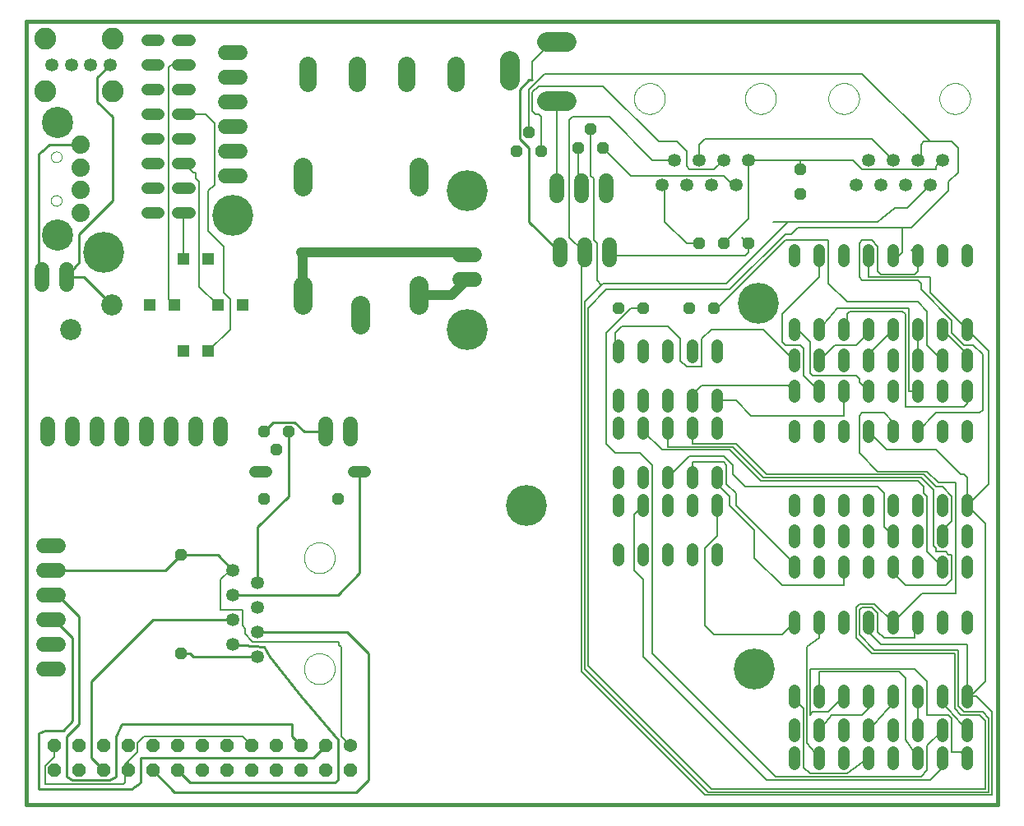
<source format=gbl>
G75*
%MOIN*%
%OFA0B0*%
%FSLAX24Y24*%
%IPPOS*%
%LPD*%
%AMOC8*
5,1,8,0,0,1.08239X$1,22.5*
%
%ADD10C,0.0160*%
%ADD11C,0.0531*%
%ADD12C,0.0000*%
%ADD13OC8,0.0480*%
%ADD14C,0.0480*%
%ADD15C,0.0600*%
%ADD16C,0.0780*%
%ADD17C,0.0705*%
%ADD18C,0.0787*%
%ADD19C,0.0540*%
%ADD20OC8,0.0540*%
%ADD21C,0.0740*%
%ADD22C,0.1266*%
%ADD23C,0.0886*%
%ADD24C,0.0860*%
%ADD25R,0.0472X0.0472*%
%ADD26C,0.0060*%
%ADD27C,0.0100*%
%ADD28C,0.0400*%
%ADD29C,0.1660*%
D10*
X005898Y000275D02*
X005898Y032021D01*
X045268Y032021D01*
X045268Y000275D01*
X005898Y000275D01*
D11*
X014273Y006775D03*
X015273Y007275D03*
X014273Y007775D03*
X015273Y008275D03*
X014273Y008775D03*
X015273Y009275D03*
X014273Y009775D03*
X015273Y006275D03*
X031648Y025400D03*
X032648Y025400D03*
X033648Y025400D03*
X034648Y025400D03*
X035148Y026400D03*
X034148Y026400D03*
X033148Y026400D03*
X032148Y026400D03*
X039523Y025400D03*
X040523Y025400D03*
X041523Y025400D03*
X042523Y025400D03*
X043023Y026400D03*
X042023Y026400D03*
X041023Y026400D03*
X040023Y026400D03*
X009297Y030275D03*
X008510Y030275D03*
X007723Y030275D03*
X006935Y030275D03*
D12*
X006892Y026536D02*
X006894Y026565D01*
X006900Y026593D01*
X006909Y026621D01*
X006922Y026647D01*
X006939Y026670D01*
X006958Y026692D01*
X006980Y026711D01*
X007005Y026726D01*
X007031Y026739D01*
X007059Y026747D01*
X007087Y026752D01*
X007116Y026753D01*
X007145Y026750D01*
X007173Y026743D01*
X007200Y026733D01*
X007226Y026719D01*
X007249Y026702D01*
X007270Y026682D01*
X007288Y026659D01*
X007303Y026634D01*
X007314Y026607D01*
X007322Y026579D01*
X007326Y026550D01*
X007326Y026522D01*
X007322Y026493D01*
X007314Y026465D01*
X007303Y026438D01*
X007288Y026413D01*
X007270Y026390D01*
X007249Y026370D01*
X007226Y026353D01*
X007200Y026339D01*
X007173Y026329D01*
X007145Y026322D01*
X007116Y026319D01*
X007087Y026320D01*
X007059Y026325D01*
X007031Y026333D01*
X007005Y026346D01*
X006980Y026361D01*
X006958Y026380D01*
X006939Y026402D01*
X006922Y026425D01*
X006909Y026451D01*
X006900Y026479D01*
X006894Y026507D01*
X006892Y026536D01*
X006892Y024764D02*
X006894Y024793D01*
X006900Y024821D01*
X006909Y024849D01*
X006922Y024875D01*
X006939Y024898D01*
X006958Y024920D01*
X006980Y024939D01*
X007005Y024954D01*
X007031Y024967D01*
X007059Y024975D01*
X007087Y024980D01*
X007116Y024981D01*
X007145Y024978D01*
X007173Y024971D01*
X007200Y024961D01*
X007226Y024947D01*
X007249Y024930D01*
X007270Y024910D01*
X007288Y024887D01*
X007303Y024862D01*
X007314Y024835D01*
X007322Y024807D01*
X007326Y024778D01*
X007326Y024750D01*
X007322Y024721D01*
X007314Y024693D01*
X007303Y024666D01*
X007288Y024641D01*
X007270Y024618D01*
X007249Y024598D01*
X007226Y024581D01*
X007200Y024567D01*
X007173Y024557D01*
X007145Y024550D01*
X007116Y024547D01*
X007087Y024548D01*
X007059Y024553D01*
X007031Y024561D01*
X007005Y024574D01*
X006980Y024589D01*
X006958Y024608D01*
X006939Y024630D01*
X006922Y024653D01*
X006909Y024679D01*
X006900Y024707D01*
X006894Y024735D01*
X006892Y024764D01*
X017149Y010275D02*
X017151Y010325D01*
X017157Y010374D01*
X017167Y010422D01*
X017180Y010470D01*
X017198Y010517D01*
X017219Y010562D01*
X017243Y010605D01*
X017271Y010646D01*
X017302Y010684D01*
X017336Y010721D01*
X017373Y010754D01*
X017412Y010784D01*
X017454Y010811D01*
X017497Y010835D01*
X017543Y010855D01*
X017590Y010871D01*
X017638Y010884D01*
X017686Y010893D01*
X017736Y010898D01*
X017785Y010899D01*
X017835Y010896D01*
X017884Y010889D01*
X017933Y010878D01*
X017980Y010864D01*
X018026Y010845D01*
X018071Y010823D01*
X018113Y010798D01*
X018154Y010769D01*
X018192Y010738D01*
X018227Y010703D01*
X018260Y010665D01*
X018289Y010626D01*
X018315Y010583D01*
X018338Y010539D01*
X018357Y010494D01*
X018373Y010446D01*
X018385Y010398D01*
X018393Y010349D01*
X018397Y010300D01*
X018397Y010250D01*
X018393Y010201D01*
X018385Y010152D01*
X018373Y010104D01*
X018357Y010056D01*
X018338Y010011D01*
X018315Y009967D01*
X018289Y009924D01*
X018260Y009885D01*
X018227Y009847D01*
X018192Y009812D01*
X018154Y009781D01*
X018113Y009752D01*
X018071Y009727D01*
X018026Y009705D01*
X017980Y009686D01*
X017933Y009672D01*
X017884Y009661D01*
X017835Y009654D01*
X017785Y009651D01*
X017736Y009652D01*
X017686Y009657D01*
X017638Y009666D01*
X017590Y009679D01*
X017543Y009695D01*
X017497Y009715D01*
X017454Y009739D01*
X017412Y009766D01*
X017373Y009796D01*
X017336Y009829D01*
X017302Y009866D01*
X017271Y009904D01*
X017243Y009945D01*
X017219Y009988D01*
X017198Y010033D01*
X017180Y010080D01*
X017167Y010128D01*
X017157Y010176D01*
X017151Y010225D01*
X017149Y010275D01*
X017149Y005775D02*
X017151Y005825D01*
X017157Y005874D01*
X017167Y005922D01*
X017180Y005970D01*
X017198Y006017D01*
X017219Y006062D01*
X017243Y006105D01*
X017271Y006146D01*
X017302Y006184D01*
X017336Y006221D01*
X017373Y006254D01*
X017412Y006284D01*
X017454Y006311D01*
X017497Y006335D01*
X017543Y006355D01*
X017590Y006371D01*
X017638Y006384D01*
X017686Y006393D01*
X017736Y006398D01*
X017785Y006399D01*
X017835Y006396D01*
X017884Y006389D01*
X017933Y006378D01*
X017980Y006364D01*
X018026Y006345D01*
X018071Y006323D01*
X018113Y006298D01*
X018154Y006269D01*
X018192Y006238D01*
X018227Y006203D01*
X018260Y006165D01*
X018289Y006126D01*
X018315Y006083D01*
X018338Y006039D01*
X018357Y005994D01*
X018373Y005946D01*
X018385Y005898D01*
X018393Y005849D01*
X018397Y005800D01*
X018397Y005750D01*
X018393Y005701D01*
X018385Y005652D01*
X018373Y005604D01*
X018357Y005556D01*
X018338Y005511D01*
X018315Y005467D01*
X018289Y005424D01*
X018260Y005385D01*
X018227Y005347D01*
X018192Y005312D01*
X018154Y005281D01*
X018113Y005252D01*
X018071Y005227D01*
X018026Y005205D01*
X017980Y005186D01*
X017933Y005172D01*
X017884Y005161D01*
X017835Y005154D01*
X017785Y005151D01*
X017736Y005152D01*
X017686Y005157D01*
X017638Y005166D01*
X017590Y005179D01*
X017543Y005195D01*
X017497Y005215D01*
X017454Y005239D01*
X017412Y005266D01*
X017373Y005296D01*
X017336Y005329D01*
X017302Y005366D01*
X017271Y005404D01*
X017243Y005445D01*
X017219Y005488D01*
X017198Y005533D01*
X017180Y005580D01*
X017167Y005628D01*
X017157Y005676D01*
X017151Y005725D01*
X017149Y005775D01*
X030524Y028900D02*
X030526Y028950D01*
X030532Y028999D01*
X030542Y029047D01*
X030555Y029095D01*
X030573Y029142D01*
X030594Y029187D01*
X030618Y029230D01*
X030646Y029271D01*
X030677Y029309D01*
X030711Y029346D01*
X030748Y029379D01*
X030787Y029409D01*
X030829Y029436D01*
X030872Y029460D01*
X030918Y029480D01*
X030965Y029496D01*
X031013Y029509D01*
X031061Y029518D01*
X031111Y029523D01*
X031160Y029524D01*
X031210Y029521D01*
X031259Y029514D01*
X031308Y029503D01*
X031355Y029489D01*
X031401Y029470D01*
X031446Y029448D01*
X031488Y029423D01*
X031529Y029394D01*
X031567Y029363D01*
X031602Y029328D01*
X031635Y029290D01*
X031664Y029251D01*
X031690Y029208D01*
X031713Y029164D01*
X031732Y029119D01*
X031748Y029071D01*
X031760Y029023D01*
X031768Y028974D01*
X031772Y028925D01*
X031772Y028875D01*
X031768Y028826D01*
X031760Y028777D01*
X031748Y028729D01*
X031732Y028681D01*
X031713Y028636D01*
X031690Y028592D01*
X031664Y028549D01*
X031635Y028510D01*
X031602Y028472D01*
X031567Y028437D01*
X031529Y028406D01*
X031488Y028377D01*
X031446Y028352D01*
X031401Y028330D01*
X031355Y028311D01*
X031308Y028297D01*
X031259Y028286D01*
X031210Y028279D01*
X031160Y028276D01*
X031111Y028277D01*
X031061Y028282D01*
X031013Y028291D01*
X030965Y028304D01*
X030918Y028320D01*
X030872Y028340D01*
X030829Y028364D01*
X030787Y028391D01*
X030748Y028421D01*
X030711Y028454D01*
X030677Y028491D01*
X030646Y028529D01*
X030618Y028570D01*
X030594Y028613D01*
X030573Y028658D01*
X030555Y028705D01*
X030542Y028753D01*
X030532Y028801D01*
X030526Y028850D01*
X030524Y028900D01*
X035024Y028900D02*
X035026Y028950D01*
X035032Y028999D01*
X035042Y029047D01*
X035055Y029095D01*
X035073Y029142D01*
X035094Y029187D01*
X035118Y029230D01*
X035146Y029271D01*
X035177Y029309D01*
X035211Y029346D01*
X035248Y029379D01*
X035287Y029409D01*
X035329Y029436D01*
X035372Y029460D01*
X035418Y029480D01*
X035465Y029496D01*
X035513Y029509D01*
X035561Y029518D01*
X035611Y029523D01*
X035660Y029524D01*
X035710Y029521D01*
X035759Y029514D01*
X035808Y029503D01*
X035855Y029489D01*
X035901Y029470D01*
X035946Y029448D01*
X035988Y029423D01*
X036029Y029394D01*
X036067Y029363D01*
X036102Y029328D01*
X036135Y029290D01*
X036164Y029251D01*
X036190Y029208D01*
X036213Y029164D01*
X036232Y029119D01*
X036248Y029071D01*
X036260Y029023D01*
X036268Y028974D01*
X036272Y028925D01*
X036272Y028875D01*
X036268Y028826D01*
X036260Y028777D01*
X036248Y028729D01*
X036232Y028681D01*
X036213Y028636D01*
X036190Y028592D01*
X036164Y028549D01*
X036135Y028510D01*
X036102Y028472D01*
X036067Y028437D01*
X036029Y028406D01*
X035988Y028377D01*
X035946Y028352D01*
X035901Y028330D01*
X035855Y028311D01*
X035808Y028297D01*
X035759Y028286D01*
X035710Y028279D01*
X035660Y028276D01*
X035611Y028277D01*
X035561Y028282D01*
X035513Y028291D01*
X035465Y028304D01*
X035418Y028320D01*
X035372Y028340D01*
X035329Y028364D01*
X035287Y028391D01*
X035248Y028421D01*
X035211Y028454D01*
X035177Y028491D01*
X035146Y028529D01*
X035118Y028570D01*
X035094Y028613D01*
X035073Y028658D01*
X035055Y028705D01*
X035042Y028753D01*
X035032Y028801D01*
X035026Y028850D01*
X035024Y028900D01*
X038399Y028900D02*
X038401Y028950D01*
X038407Y028999D01*
X038417Y029047D01*
X038430Y029095D01*
X038448Y029142D01*
X038469Y029187D01*
X038493Y029230D01*
X038521Y029271D01*
X038552Y029309D01*
X038586Y029346D01*
X038623Y029379D01*
X038662Y029409D01*
X038704Y029436D01*
X038747Y029460D01*
X038793Y029480D01*
X038840Y029496D01*
X038888Y029509D01*
X038936Y029518D01*
X038986Y029523D01*
X039035Y029524D01*
X039085Y029521D01*
X039134Y029514D01*
X039183Y029503D01*
X039230Y029489D01*
X039276Y029470D01*
X039321Y029448D01*
X039363Y029423D01*
X039404Y029394D01*
X039442Y029363D01*
X039477Y029328D01*
X039510Y029290D01*
X039539Y029251D01*
X039565Y029208D01*
X039588Y029164D01*
X039607Y029119D01*
X039623Y029071D01*
X039635Y029023D01*
X039643Y028974D01*
X039647Y028925D01*
X039647Y028875D01*
X039643Y028826D01*
X039635Y028777D01*
X039623Y028729D01*
X039607Y028681D01*
X039588Y028636D01*
X039565Y028592D01*
X039539Y028549D01*
X039510Y028510D01*
X039477Y028472D01*
X039442Y028437D01*
X039404Y028406D01*
X039363Y028377D01*
X039321Y028352D01*
X039276Y028330D01*
X039230Y028311D01*
X039183Y028297D01*
X039134Y028286D01*
X039085Y028279D01*
X039035Y028276D01*
X038986Y028277D01*
X038936Y028282D01*
X038888Y028291D01*
X038840Y028304D01*
X038793Y028320D01*
X038747Y028340D01*
X038704Y028364D01*
X038662Y028391D01*
X038623Y028421D01*
X038586Y028454D01*
X038552Y028491D01*
X038521Y028529D01*
X038493Y028570D01*
X038469Y028613D01*
X038448Y028658D01*
X038430Y028705D01*
X038417Y028753D01*
X038407Y028801D01*
X038401Y028850D01*
X038399Y028900D01*
X042899Y028900D02*
X042901Y028950D01*
X042907Y028999D01*
X042917Y029047D01*
X042930Y029095D01*
X042948Y029142D01*
X042969Y029187D01*
X042993Y029230D01*
X043021Y029271D01*
X043052Y029309D01*
X043086Y029346D01*
X043123Y029379D01*
X043162Y029409D01*
X043204Y029436D01*
X043247Y029460D01*
X043293Y029480D01*
X043340Y029496D01*
X043388Y029509D01*
X043436Y029518D01*
X043486Y029523D01*
X043535Y029524D01*
X043585Y029521D01*
X043634Y029514D01*
X043683Y029503D01*
X043730Y029489D01*
X043776Y029470D01*
X043821Y029448D01*
X043863Y029423D01*
X043904Y029394D01*
X043942Y029363D01*
X043977Y029328D01*
X044010Y029290D01*
X044039Y029251D01*
X044065Y029208D01*
X044088Y029164D01*
X044107Y029119D01*
X044123Y029071D01*
X044135Y029023D01*
X044143Y028974D01*
X044147Y028925D01*
X044147Y028875D01*
X044143Y028826D01*
X044135Y028777D01*
X044123Y028729D01*
X044107Y028681D01*
X044088Y028636D01*
X044065Y028592D01*
X044039Y028549D01*
X044010Y028510D01*
X043977Y028472D01*
X043942Y028437D01*
X043904Y028406D01*
X043863Y028377D01*
X043821Y028352D01*
X043776Y028330D01*
X043730Y028311D01*
X043683Y028297D01*
X043634Y028286D01*
X043585Y028279D01*
X043535Y028276D01*
X043486Y028277D01*
X043436Y028282D01*
X043388Y028291D01*
X043340Y028304D01*
X043293Y028320D01*
X043247Y028340D01*
X043204Y028364D01*
X043162Y028391D01*
X043123Y028421D01*
X043086Y028454D01*
X043052Y028491D01*
X043021Y028529D01*
X042993Y028570D01*
X042969Y028613D01*
X042948Y028658D01*
X042930Y028705D01*
X042917Y028753D01*
X042907Y028801D01*
X042901Y028850D01*
X042899Y028900D01*
D13*
X037273Y026025D03*
X037273Y025025D03*
X035148Y023025D03*
X034148Y023025D03*
X033148Y023025D03*
X032773Y020400D03*
X033773Y020400D03*
X030898Y020400D03*
X029898Y020400D03*
X029273Y026900D03*
X028773Y027650D03*
X028273Y026900D03*
X026773Y026775D03*
X026273Y027525D03*
X025773Y026775D03*
X016523Y015400D03*
X016023Y014650D03*
X015523Y015400D03*
X015523Y012650D03*
X018523Y012650D03*
X012148Y010400D03*
X012148Y006400D03*
D14*
X015158Y013775D02*
X015638Y013775D01*
X019158Y013775D02*
X019638Y013775D01*
X029898Y013765D02*
X029898Y013285D01*
X029898Y012640D02*
X029898Y012160D01*
X030898Y012160D02*
X030898Y012640D01*
X030898Y013285D02*
X030898Y013765D01*
X031898Y013765D02*
X031898Y013285D01*
X031898Y012640D02*
X031898Y012160D01*
X032898Y012160D02*
X032898Y012640D01*
X032898Y013285D02*
X032898Y013765D01*
X033898Y013765D02*
X033898Y013285D01*
X033898Y012640D02*
X033898Y012160D01*
X033898Y010640D02*
X033898Y010160D01*
X032898Y010160D02*
X032898Y010640D01*
X031898Y010640D02*
X031898Y010160D01*
X030898Y010160D02*
X030898Y010640D01*
X029898Y010640D02*
X029898Y010160D01*
X029898Y015285D02*
X029898Y015765D01*
X029898Y016410D02*
X029898Y016890D01*
X030898Y016890D02*
X030898Y016410D01*
X030898Y015765D02*
X030898Y015285D01*
X031898Y015285D02*
X031898Y015765D01*
X031898Y016410D02*
X031898Y016890D01*
X032898Y016890D02*
X032898Y016410D01*
X032898Y015765D02*
X032898Y015285D01*
X033898Y015285D02*
X033898Y015765D01*
X033898Y016410D02*
X033898Y016890D01*
X033898Y018410D02*
X033898Y018890D01*
X032898Y018890D02*
X032898Y018410D01*
X031898Y018410D02*
X031898Y018890D01*
X030898Y018890D02*
X030898Y018410D01*
X029898Y018410D02*
X029898Y018890D01*
X037023Y018515D02*
X037023Y018035D01*
X037023Y017265D02*
X037023Y016785D01*
X038023Y016785D02*
X038023Y017265D01*
X038023Y018035D02*
X038023Y018515D01*
X039023Y018515D02*
X039023Y018035D01*
X039023Y017265D02*
X039023Y016785D01*
X040023Y016785D02*
X040023Y017265D01*
X040023Y018035D02*
X040023Y018515D01*
X041023Y018515D02*
X041023Y018035D01*
X041023Y017265D02*
X041023Y016785D01*
X042023Y016785D02*
X042023Y017265D01*
X042023Y018035D02*
X042023Y018515D01*
X043023Y018515D02*
X043023Y018035D01*
X043023Y017265D02*
X043023Y016785D01*
X044023Y016785D02*
X044023Y017265D01*
X044023Y018035D02*
X044023Y018515D01*
X044023Y019285D02*
X044023Y019765D01*
X043023Y019765D02*
X043023Y019285D01*
X042023Y019285D02*
X042023Y019765D01*
X041023Y019765D02*
X041023Y019285D01*
X040023Y019285D02*
X040023Y019765D01*
X039023Y019765D02*
X039023Y019285D01*
X038023Y019285D02*
X038023Y019765D01*
X037023Y019765D02*
X037023Y019285D01*
X037023Y022285D02*
X037023Y022765D01*
X038023Y022765D02*
X038023Y022285D01*
X039023Y022285D02*
X039023Y022765D01*
X040023Y022765D02*
X040023Y022285D01*
X041023Y022285D02*
X041023Y022765D01*
X042023Y022765D02*
X042023Y022285D01*
X043023Y022285D02*
X043023Y022765D01*
X044023Y022765D02*
X044023Y022285D01*
X044023Y015640D02*
X044023Y015160D01*
X043023Y015160D02*
X043023Y015640D01*
X042023Y015640D02*
X042023Y015160D01*
X041023Y015160D02*
X041023Y015640D01*
X040023Y015640D02*
X040023Y015160D01*
X039023Y015160D02*
X039023Y015640D01*
X038023Y015640D02*
X038023Y015160D01*
X037023Y015160D02*
X037023Y015640D01*
X037023Y012640D02*
X037023Y012160D01*
X037023Y011390D02*
X037023Y010910D01*
X037023Y010140D02*
X037023Y009660D01*
X038023Y009660D02*
X038023Y010140D01*
X038023Y010910D02*
X038023Y011390D01*
X038023Y012160D02*
X038023Y012640D01*
X039023Y012640D02*
X039023Y012160D01*
X039023Y011390D02*
X039023Y010910D01*
X039023Y010140D02*
X039023Y009660D01*
X040023Y009660D02*
X040023Y010140D01*
X040023Y010910D02*
X040023Y011390D01*
X040023Y012160D02*
X040023Y012640D01*
X041023Y012640D02*
X041023Y012160D01*
X041023Y011390D02*
X041023Y010910D01*
X041023Y010140D02*
X041023Y009660D01*
X042023Y009660D02*
X042023Y010140D01*
X042023Y010910D02*
X042023Y011390D01*
X042023Y012160D02*
X042023Y012640D01*
X043023Y012640D02*
X043023Y012160D01*
X043023Y011390D02*
X043023Y010910D01*
X043023Y010140D02*
X043023Y009660D01*
X044023Y009660D02*
X044023Y010140D01*
X044023Y010910D02*
X044023Y011390D01*
X044023Y012160D02*
X044023Y012640D01*
X044023Y007890D02*
X044023Y007410D01*
X043023Y007410D02*
X043023Y007890D01*
X042023Y007890D02*
X042023Y007410D01*
X041023Y007410D02*
X041023Y007890D01*
X040023Y007890D02*
X040023Y007410D01*
X039023Y007410D02*
X039023Y007890D01*
X038023Y007890D02*
X038023Y007410D01*
X037023Y007410D02*
X037023Y007890D01*
X037023Y004890D02*
X037023Y004410D01*
X037023Y003515D02*
X037023Y003035D01*
X037023Y002390D02*
X037023Y001910D01*
X038023Y001910D02*
X038023Y002390D01*
X038023Y003035D02*
X038023Y003515D01*
X038023Y004410D02*
X038023Y004890D01*
X039023Y004890D02*
X039023Y004410D01*
X039023Y003515D02*
X039023Y003035D01*
X039023Y002390D02*
X039023Y001910D01*
X040023Y001910D02*
X040023Y002390D01*
X040023Y003035D02*
X040023Y003515D01*
X040023Y004410D02*
X040023Y004890D01*
X041023Y004890D02*
X041023Y004410D01*
X041023Y003515D02*
X041023Y003035D01*
X041023Y002390D02*
X041023Y001910D01*
X042023Y001910D02*
X042023Y002390D01*
X042023Y003035D02*
X042023Y003515D01*
X042023Y004410D02*
X042023Y004890D01*
X043023Y004890D02*
X043023Y004410D01*
X043023Y003515D02*
X043023Y003035D01*
X043023Y002390D02*
X043023Y001910D01*
X044023Y001910D02*
X044023Y002390D01*
X044023Y003035D02*
X044023Y003515D01*
X044023Y004410D02*
X044023Y004890D01*
X012513Y024275D02*
X012033Y024275D01*
X011263Y024275D02*
X010783Y024275D01*
X010783Y025275D02*
X011263Y025275D01*
X012033Y025275D02*
X012513Y025275D01*
X012513Y026275D02*
X012033Y026275D01*
X011263Y026275D02*
X010783Y026275D01*
X010783Y027275D02*
X011263Y027275D01*
X012033Y027275D02*
X012513Y027275D01*
X012513Y028275D02*
X012033Y028275D01*
X011263Y028275D02*
X010783Y028275D01*
X010783Y029275D02*
X011263Y029275D01*
X012033Y029275D02*
X012513Y029275D01*
X012513Y030275D02*
X012033Y030275D01*
X011263Y030275D02*
X010783Y030275D01*
X010783Y031275D02*
X011263Y031275D01*
X012033Y031275D02*
X012513Y031275D01*
D15*
X013973Y030775D02*
X014573Y030775D01*
X014573Y029775D02*
X013973Y029775D01*
X013973Y028775D02*
X014573Y028775D01*
X014573Y027775D02*
X013973Y027775D01*
X013973Y026775D02*
X014573Y026775D01*
X014573Y025775D02*
X013973Y025775D01*
X007523Y021950D02*
X007523Y021350D01*
X006523Y021350D02*
X006523Y021950D01*
X006773Y015700D02*
X006773Y015100D01*
X007773Y015100D02*
X007773Y015700D01*
X008773Y015700D02*
X008773Y015100D01*
X009773Y015100D02*
X009773Y015700D01*
X010773Y015700D02*
X010773Y015100D01*
X011773Y015100D02*
X011773Y015700D01*
X012773Y015700D02*
X012773Y015100D01*
X013773Y015100D02*
X013773Y015700D01*
X018023Y015700D02*
X018023Y015100D01*
X019023Y015100D02*
X019023Y015700D01*
X023471Y021570D02*
X024071Y021570D01*
X024071Y022570D02*
X023471Y022570D01*
X027523Y022350D02*
X027523Y022950D01*
X028523Y022950D02*
X028523Y022350D01*
X029523Y022350D02*
X029523Y022950D01*
X029398Y024975D02*
X029398Y025575D01*
X028398Y025575D02*
X028398Y024975D01*
X027398Y024975D02*
X027398Y025575D01*
X007198Y010775D02*
X006598Y010775D01*
X006598Y009775D02*
X007198Y009775D01*
X007198Y008775D02*
X006598Y008775D01*
X006598Y007775D02*
X007198Y007775D01*
X007198Y006775D02*
X006598Y006775D01*
X006598Y005775D02*
X007198Y005775D01*
D16*
X019444Y019741D02*
X019444Y020521D01*
X017094Y020541D02*
X017094Y021321D01*
X021794Y021321D02*
X021794Y020541D01*
X021794Y025341D02*
X021794Y026121D01*
X017094Y026121D02*
X017094Y025341D01*
D17*
X017302Y029544D02*
X017302Y030249D01*
X019302Y030249D02*
X019302Y029544D01*
X021302Y029544D02*
X021302Y030249D01*
X023302Y030249D02*
X023302Y029544D01*
D18*
X025508Y029631D02*
X025508Y030419D01*
X027004Y031206D02*
X027792Y031206D01*
X027792Y028805D02*
X027004Y028805D01*
D19*
X019023Y002650D03*
D20*
X018023Y002650D03*
X017023Y002650D03*
X016023Y002650D03*
X015023Y002650D03*
X015023Y001650D03*
X016023Y001650D03*
X017023Y001650D03*
X018023Y001650D03*
X019023Y001650D03*
X014023Y001650D03*
X013023Y001650D03*
X012023Y001650D03*
X011023Y001650D03*
X010023Y001650D03*
X010023Y002650D03*
X011023Y002650D03*
X012023Y002650D03*
X013023Y002650D03*
X014023Y002650D03*
X009023Y002650D03*
X008023Y002650D03*
X007023Y002650D03*
X007023Y001650D03*
X008023Y001650D03*
X009023Y001650D03*
D21*
X008093Y024272D03*
X008093Y025206D03*
X008093Y026094D03*
X008093Y027028D03*
D22*
X007148Y027933D03*
X007148Y023367D03*
D23*
X006648Y029204D03*
X006648Y031346D03*
X009404Y031346D03*
X009404Y029204D03*
D24*
X009365Y020525D03*
X007681Y019525D03*
D25*
X010898Y020525D03*
X011898Y020525D03*
X013648Y020525D03*
X014648Y020525D03*
X013273Y018650D03*
X012273Y018650D03*
X012273Y022400D03*
X013273Y022400D03*
D26*
X013898Y022900D02*
X013898Y021025D01*
X014148Y020775D01*
X014148Y019525D01*
X013273Y018650D01*
X013648Y020525D02*
X012898Y021275D01*
X012898Y025525D01*
X012773Y025650D01*
X012773Y025900D01*
X012648Y025900D01*
X012273Y026275D01*
X013273Y025150D02*
X013273Y023525D01*
X013898Y022900D01*
X012273Y022400D02*
X012273Y024275D01*
X013273Y025150D02*
X013523Y025400D01*
X013523Y027900D01*
X013148Y028275D01*
X012273Y028275D01*
X011648Y030150D02*
X011648Y020775D01*
X011898Y020525D01*
X011648Y030150D02*
X011773Y030275D01*
X012273Y030275D01*
X026273Y029275D02*
X026273Y027525D01*
X026523Y028275D02*
X026398Y028400D01*
X026398Y029150D01*
X026648Y029400D01*
X029273Y029400D01*
X031523Y027150D01*
X032273Y027150D01*
X032648Y026775D01*
X032648Y026150D01*
X032773Y026025D01*
X033773Y026025D01*
X034148Y026400D01*
X034148Y025775D02*
X030398Y025775D01*
X029273Y026900D01*
X028773Y027650D02*
X028773Y025775D01*
X028898Y025650D01*
X028898Y023150D01*
X029023Y023025D01*
X029023Y021525D01*
X029210Y021338D01*
X029273Y021400D01*
X034273Y021400D01*
X036773Y023900D01*
X036148Y023900D01*
X036773Y023900D02*
X040398Y023900D01*
X041099Y024468D01*
X041591Y024468D01*
X042523Y025400D01*
X042773Y026025D02*
X042773Y026150D01*
X043023Y026400D01*
X042773Y026025D02*
X039773Y026025D01*
X039398Y026400D01*
X037273Y026400D01*
X037273Y026025D01*
X037273Y026400D02*
X035148Y026400D01*
X035148Y024025D01*
X034148Y023025D01*
X034898Y023275D02*
X035148Y023025D01*
X035148Y022650D01*
X035023Y022525D01*
X029648Y022525D01*
X029523Y022650D01*
X028523Y022650D02*
X027898Y023275D01*
X027898Y025525D01*
X027898Y026400D01*
X027898Y028025D01*
X028023Y028150D01*
X029523Y028150D01*
X031273Y026400D01*
X032148Y026400D01*
X033148Y026400D02*
X033148Y027025D01*
X033398Y027275D01*
X040148Y027275D01*
X041023Y026400D01*
X042023Y026400D02*
X042148Y026525D01*
X042148Y027025D01*
X042273Y027150D01*
X042523Y027150D01*
X039773Y029900D01*
X031023Y029900D01*
X030773Y029900D01*
X026898Y029900D01*
X026273Y029275D01*
X026398Y029650D02*
X026398Y030400D01*
X027204Y031206D01*
X027398Y031206D01*
X027398Y029150D02*
X027398Y028805D01*
X027398Y025275D01*
X028273Y025400D02*
X028398Y025275D01*
X028585Y025088D01*
X028273Y025400D02*
X028273Y026900D01*
X026773Y026775D02*
X026773Y028150D01*
X026648Y028275D01*
X026523Y028275D01*
X031648Y025400D02*
X031773Y025275D01*
X031773Y023900D01*
X032648Y023025D01*
X033148Y023025D01*
X034398Y021150D02*
X036648Y023400D01*
X036898Y023400D01*
X037148Y023650D01*
X041398Y023650D01*
X041773Y023650D01*
X043273Y025150D01*
X043273Y025525D01*
X043648Y025900D01*
X043648Y026900D01*
X043398Y027150D01*
X042523Y027150D01*
X041398Y023650D02*
X041398Y022650D01*
X041273Y022525D01*
X041023Y022525D01*
X041773Y022775D02*
X042023Y022525D01*
X042023Y021900D01*
X041898Y021775D01*
X040523Y021775D01*
X040398Y021900D01*
X040398Y022900D01*
X040148Y023150D01*
X039773Y023150D01*
X039648Y023025D01*
X039648Y021650D01*
X039773Y021525D01*
X042023Y021525D01*
X042148Y021400D01*
X042148Y021150D01*
X043398Y019900D01*
X043398Y019400D01*
X043898Y018900D01*
X044273Y018900D01*
X044648Y018525D01*
X044648Y016275D01*
X044523Y016150D01*
X042773Y016150D01*
X042023Y015400D01*
X041023Y015400D02*
X041023Y015775D01*
X040648Y016150D01*
X039773Y016150D01*
X039648Y016025D01*
X039648Y014525D01*
X040398Y013775D01*
X042398Y013775D01*
X042849Y013324D01*
X043572Y013324D01*
X043572Y008824D01*
X042197Y008824D01*
X041023Y007650D01*
X040273Y008400D01*
X039648Y008400D01*
X039523Y008275D01*
X039523Y007025D01*
X040148Y006400D01*
X043523Y006400D01*
X043523Y004150D01*
X043773Y003900D01*
X044523Y003900D01*
X044773Y003650D01*
X044773Y000900D01*
X033648Y000900D01*
X028648Y005900D01*
X028648Y020400D01*
X029398Y021150D01*
X034398Y021150D01*
X033898Y020400D02*
X036648Y023150D01*
X038398Y023150D01*
X038398Y021400D01*
X039148Y020650D01*
X042023Y020650D01*
X042398Y020275D01*
X042398Y018900D01*
X043023Y018275D01*
X044023Y018275D02*
X044023Y018525D01*
X043023Y019525D01*
X044023Y019525D02*
X042523Y021025D01*
X042523Y021650D01*
X040023Y021650D01*
X040023Y022525D01*
X038023Y022525D02*
X038023Y021650D01*
X036523Y020150D01*
X036523Y019025D01*
X036648Y018900D01*
X037273Y018900D01*
X037398Y018775D01*
X037398Y017650D01*
X038023Y017025D01*
X037773Y017650D02*
X037648Y017775D01*
X037648Y019025D01*
X037148Y019525D01*
X037023Y019525D01*
X038023Y019525D02*
X038773Y020400D01*
X041648Y020400D01*
X041648Y017025D01*
X042023Y017025D01*
X041523Y016400D02*
X043898Y016400D01*
X044023Y016525D01*
X044023Y017025D01*
X042023Y018275D02*
X042023Y019525D01*
X041523Y020150D02*
X041523Y016400D01*
X040023Y017025D02*
X039648Y017400D01*
X039648Y017525D01*
X039523Y017650D01*
X037773Y017650D01*
X038023Y018275D02*
X038648Y018900D01*
X039523Y018900D01*
X040023Y019400D01*
X040023Y019525D01*
X039148Y019650D02*
X039148Y020150D01*
X039273Y020275D01*
X041398Y020275D01*
X041523Y020150D01*
X041023Y019525D02*
X040023Y018525D01*
X040023Y018275D01*
X039023Y019525D02*
X039148Y019650D01*
X037023Y018275D02*
X035773Y019525D01*
X033648Y019525D01*
X033273Y019150D01*
X033273Y018025D01*
X032648Y018025D01*
X032398Y018275D01*
X032398Y019150D01*
X031898Y019650D01*
X030023Y019650D01*
X029773Y019400D01*
X029773Y018525D01*
X029898Y018650D01*
X029398Y019400D02*
X029398Y014900D01*
X029773Y014525D01*
X030773Y014525D01*
X031273Y014025D01*
X031273Y006400D01*
X036273Y001400D01*
X042148Y001400D01*
X042398Y001650D01*
X042398Y002650D01*
X043023Y003275D01*
X043398Y003775D02*
X043273Y003900D01*
X042398Y003900D01*
X042398Y005275D01*
X041898Y005775D01*
X037648Y005775D01*
X037648Y003900D01*
X037773Y004025D01*
X038398Y004025D01*
X039023Y004650D01*
X038523Y003900D02*
X039773Y003900D01*
X040023Y004150D01*
X040023Y004650D01*
X041023Y004650D02*
X041023Y004400D01*
X040023Y003275D01*
X040023Y002150D02*
X039148Y001525D01*
X037648Y001525D01*
X037398Y001775D01*
X037398Y004150D01*
X037023Y004525D01*
X037023Y004650D01*
X038023Y004650D02*
X038023Y005650D01*
X041273Y005650D01*
X041523Y005400D01*
X041523Y002900D01*
X042023Y002150D01*
X043023Y002150D02*
X043023Y001775D01*
X042523Y001275D01*
X035898Y001275D01*
X030898Y006275D01*
X030898Y009400D01*
X030523Y009775D01*
X030523Y012025D01*
X030898Y012400D01*
X031898Y013525D02*
X032773Y014400D01*
X034148Y014400D01*
X034523Y014025D01*
X034523Y013650D01*
X035023Y013150D01*
X040398Y013150D01*
X040648Y012900D01*
X040648Y011525D01*
X041023Y011150D01*
X042398Y010525D02*
X043023Y009900D01*
X043398Y009400D02*
X043398Y010400D01*
X043273Y010400D01*
X043148Y010525D01*
X042773Y010525D01*
X042773Y010650D01*
X042648Y010775D01*
X042648Y013025D01*
X042148Y013525D01*
X035773Y013525D01*
X034523Y014775D01*
X031898Y014775D01*
X031898Y015525D01*
X032898Y015525D02*
X032898Y014900D01*
X034648Y014900D01*
X035898Y013650D01*
X042273Y013650D01*
X042773Y013150D01*
X043023Y013150D01*
X043398Y012775D01*
X043398Y011775D01*
X043023Y011400D01*
X043023Y011150D01*
X042398Y010525D02*
X042398Y012775D01*
X042273Y012900D01*
X042273Y013150D01*
X042023Y013400D01*
X035648Y013400D01*
X034398Y014650D01*
X031648Y014650D01*
X030898Y015400D01*
X030898Y015525D01*
X032898Y016650D02*
X032898Y016900D01*
X033273Y017275D01*
X036773Y017275D01*
X037023Y017025D01*
X039023Y017025D02*
X039023Y016025D01*
X035273Y016025D01*
X034648Y016650D01*
X033898Y016650D01*
X034148Y014150D02*
X032898Y014150D01*
X032898Y013525D01*
X033898Y013525D02*
X033898Y013275D01*
X034398Y012775D01*
X034398Y012400D01*
X035398Y011400D01*
X035398Y010275D01*
X036523Y009150D01*
X039023Y009150D01*
X039023Y009900D01*
X039773Y008275D02*
X039648Y008150D01*
X039648Y007150D01*
X040273Y006525D01*
X043648Y006525D01*
X043648Y004275D01*
X043898Y004025D01*
X044648Y004025D01*
X044898Y003775D01*
X044898Y000775D01*
X033523Y000775D01*
X028523Y005775D01*
X028523Y020650D01*
X029210Y021338D01*
X028398Y022525D02*
X028398Y005650D01*
X033398Y000650D01*
X045023Y000650D01*
X045023Y004025D01*
X044398Y004650D01*
X044023Y004650D01*
X044023Y006775D01*
X040523Y006775D01*
X040023Y007275D01*
X040023Y007650D01*
X040398Y007275D02*
X040398Y008025D01*
X040148Y008275D01*
X039773Y008275D01*
X040398Y007275D02*
X040648Y007025D01*
X041898Y007025D01*
X041898Y007525D01*
X042023Y007650D01*
X041523Y009150D02*
X043148Y009150D01*
X043398Y009400D01*
X041523Y009150D02*
X041023Y009650D01*
X041023Y009900D01*
X038023Y007650D02*
X038023Y007025D01*
X037523Y006650D01*
X037523Y002775D01*
X038023Y002150D01*
X038023Y003275D02*
X038523Y003900D01*
X042023Y003275D02*
X042023Y004650D01*
X043023Y004650D02*
X043023Y004400D01*
X044023Y003275D01*
X043398Y003775D02*
X043398Y002400D01*
X043773Y002400D01*
X044023Y002150D01*
X044023Y004650D02*
X044148Y004650D01*
X044773Y005275D01*
X044773Y011650D01*
X044023Y012400D01*
X044023Y013525D01*
X043898Y013650D01*
X043773Y013650D01*
X042773Y014650D01*
X040773Y014650D01*
X040023Y015400D01*
X044023Y012400D02*
X044898Y013275D01*
X044898Y018650D01*
X044023Y019525D01*
X034648Y025400D02*
X034523Y025400D01*
X034148Y025775D01*
X028523Y022650D02*
X028398Y022525D01*
X030398Y020400D02*
X029398Y019400D01*
X030398Y020400D02*
X030898Y020400D01*
X033773Y020400D02*
X033898Y020400D01*
X034148Y014150D02*
X034273Y014025D01*
X034273Y013275D01*
X034648Y012900D01*
X034648Y012400D01*
X037023Y010025D01*
X037023Y009900D01*
X037023Y007650D02*
X036523Y007150D01*
X033773Y007150D01*
X033398Y007525D01*
X033398Y010650D01*
X033898Y011150D01*
X033898Y012400D01*
X018648Y006650D02*
X018648Y003025D01*
X019023Y002650D01*
X015023Y002650D02*
X014648Y003025D01*
X010648Y003025D01*
X010398Y002775D01*
X010398Y002400D01*
X010023Y002025D01*
X009898Y001900D01*
X009898Y001150D01*
X009843Y001095D01*
X006663Y001095D01*
X006663Y001833D01*
X007023Y002193D01*
X007023Y002650D01*
X010023Y002025D02*
X010023Y001650D01*
X015078Y006875D02*
X014773Y007207D01*
X014773Y007400D01*
X014648Y007525D01*
X014648Y008150D01*
X013773Y008150D01*
X013773Y009400D01*
X014148Y009775D01*
X014273Y009775D01*
X015078Y006875D02*
X018525Y006875D01*
X018574Y006826D01*
X018574Y006724D01*
X018648Y006650D01*
D27*
X018898Y007275D02*
X019773Y006400D01*
X019773Y001275D01*
X019273Y000775D01*
X011898Y000775D01*
X011023Y001650D01*
X010523Y001150D02*
X010523Y002150D01*
X017523Y002150D01*
X018023Y002650D01*
X018523Y002900D02*
X018523Y001275D01*
X018398Y001150D01*
X012523Y001150D01*
X012023Y001650D01*
X010523Y001150D02*
X010148Y000900D01*
X006398Y000900D01*
X006398Y003150D01*
X006648Y003275D01*
X007398Y003275D01*
X007773Y003650D01*
X007773Y007025D01*
X007023Y007775D01*
X006898Y007775D01*
X007148Y008775D02*
X008023Y007900D01*
X008023Y003525D01*
X007523Y003025D01*
X007523Y001400D01*
X007773Y001248D01*
X009273Y001248D01*
X009523Y001400D01*
X009523Y003025D01*
X009773Y003525D01*
X016648Y003525D01*
X016648Y003025D01*
X017023Y002650D01*
X018523Y002900D02*
X017023Y004650D01*
X015773Y006275D01*
X015523Y006650D01*
X014273Y006775D01*
X015273Y007275D02*
X018898Y007275D01*
X018523Y008775D02*
X014273Y008775D01*
X015273Y009275D02*
X015273Y011525D01*
X016523Y012775D01*
X016523Y015400D01*
X016773Y015775D02*
X015898Y015775D01*
X015523Y015400D01*
X016773Y015775D02*
X017148Y015400D01*
X018023Y015400D01*
X019398Y013775D02*
X019398Y009650D01*
X018523Y008775D01*
X015273Y006275D02*
X012648Y006275D01*
X012523Y006400D01*
X012148Y006400D01*
X011023Y007775D02*
X008523Y005275D01*
X008523Y002150D01*
X009023Y001650D01*
X011023Y007775D02*
X014273Y007775D01*
X014273Y009775D02*
X013648Y010400D01*
X012148Y010400D01*
X011523Y009775D01*
X006898Y009775D01*
X006898Y008775D02*
X007148Y008775D01*
X009365Y020525D02*
X008240Y021650D01*
X007523Y021650D01*
X008023Y022275D01*
X008023Y023400D01*
X009398Y024775D01*
X009398Y028150D01*
X008773Y028775D01*
X008773Y029750D01*
X009297Y030275D01*
X008093Y027028D02*
X006840Y027025D01*
X006523Y026775D01*
X006398Y026650D01*
X006398Y021775D01*
X006523Y021650D01*
X025898Y027275D02*
X026273Y026900D01*
X026273Y023900D01*
X027523Y022650D01*
X025898Y027275D02*
X025898Y029275D01*
X026273Y029650D01*
X026398Y029650D01*
D28*
X023690Y022650D02*
X017023Y022650D01*
X017094Y022579D01*
X017094Y020931D01*
X021794Y020931D02*
X023133Y020931D01*
X023771Y021570D01*
X023771Y022570D02*
X023690Y022650D01*
D29*
X023773Y025150D03*
X023773Y019525D03*
X026148Y012400D03*
X035398Y005775D03*
X035547Y020605D03*
X014273Y024150D03*
X009023Y022650D03*
M02*

</source>
